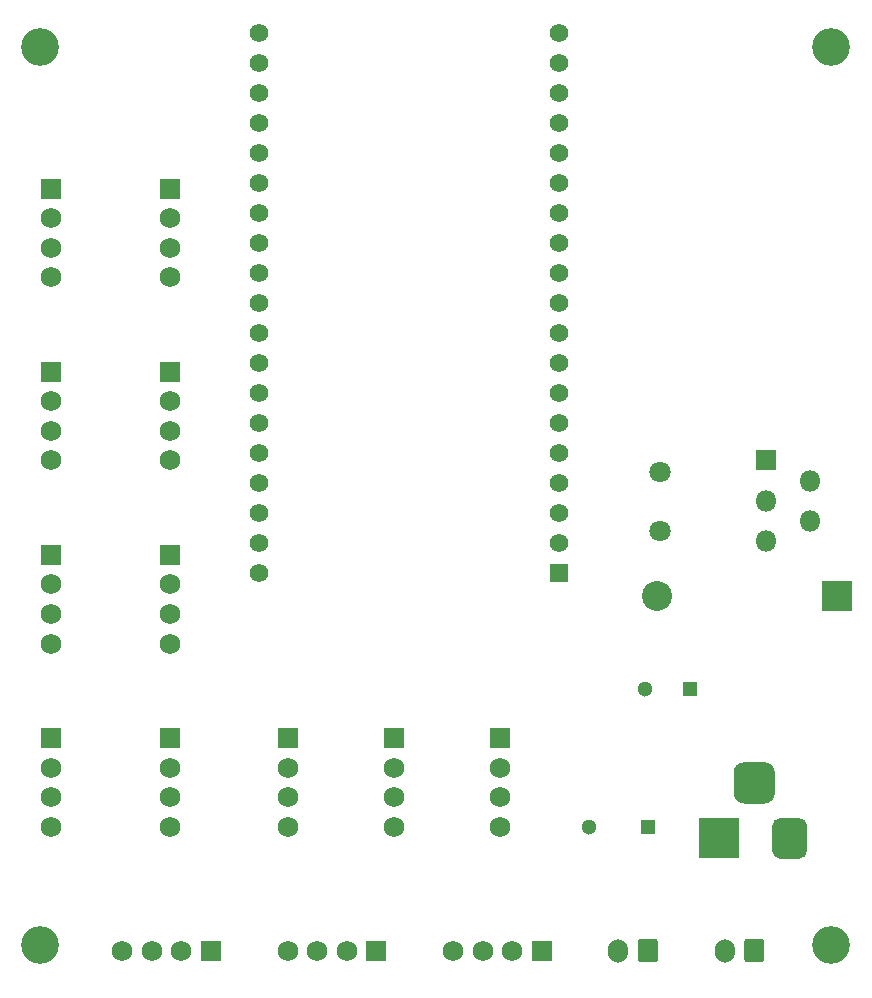
<source format=gbr>
G04 #@! TF.GenerationSoftware,KiCad,Pcbnew,5.1.10-88a1d61d58~90~ubuntu20.04.1*
G04 #@! TF.CreationDate,2022-01-15T16:19:50+00:00*
G04 #@! TF.ProjectId,beehive,62656568-6976-4652-9e6b-696361645f70,rev?*
G04 #@! TF.SameCoordinates,Original*
G04 #@! TF.FileFunction,Soldermask,Bot*
G04 #@! TF.FilePolarity,Negative*
%FSLAX46Y46*%
G04 Gerber Fmt 4.6, Leading zero omitted, Abs format (unit mm)*
G04 Created by KiCad (PCBNEW 5.1.10-88a1d61d58~90~ubuntu20.04.1) date 2022-01-15 16:19:50*
%MOMM*%
%LPD*%
G01*
G04 APERTURE LIST*
%ADD10R,2.540000X2.540000*%
%ADD11C,2.540000*%
%ADD12C,1.800000*%
%ADD13C,1.300000*%
%ADD14R,1.300000X1.300000*%
%ADD15O,1.700000X2.000000*%
%ADD16C,1.750000*%
%ADD17R,1.750000X1.750000*%
%ADD18C,3.200000*%
%ADD19R,3.500000X3.500000*%
%ADD20R,1.800000X1.800000*%
%ADD21O,1.800000X1.800000*%
%ADD22R,1.560000X1.560000*%
%ADD23C,1.560000*%
G04 APERTURE END LIST*
D10*
X206998780Y-111002960D03*
D11*
X191758780Y-111002960D03*
D12*
X192000000Y-105500000D03*
X192000000Y-100500000D03*
D13*
X190764000Y-118872000D03*
D14*
X194564000Y-118872000D03*
D15*
X188500000Y-141000000D03*
G36*
G01*
X191850000Y-140250000D02*
X191850000Y-141750000D01*
G75*
G02*
X191600000Y-142000000I-250000J0D01*
G01*
X190400000Y-142000000D01*
G75*
G02*
X190150000Y-141750000I0J250000D01*
G01*
X190150000Y-140250000D01*
G75*
G02*
X190400000Y-140000000I250000J0D01*
G01*
X191600000Y-140000000D01*
G75*
G02*
X191850000Y-140250000I0J-250000D01*
G01*
G37*
X197500000Y-141000000D03*
G36*
G01*
X200850000Y-140250000D02*
X200850000Y-141750000D01*
G75*
G02*
X200600000Y-142000000I-250000J0D01*
G01*
X199400000Y-142000000D01*
G75*
G02*
X199150000Y-141750000I0J250000D01*
G01*
X199150000Y-140250000D01*
G75*
G02*
X199400000Y-140000000I250000J0D01*
G01*
X200600000Y-140000000D01*
G75*
G02*
X200850000Y-140250000I0J-250000D01*
G01*
G37*
D16*
X140500000Y-99500000D03*
X140500000Y-97000000D03*
X140500000Y-94500000D03*
D17*
X140500000Y-92000000D03*
D16*
X150500000Y-84000000D03*
X150500000Y-81500000D03*
X150500000Y-79000000D03*
D17*
X150500000Y-76500000D03*
D16*
X140500000Y-84000000D03*
X140500000Y-81500000D03*
X140500000Y-79000000D03*
D17*
X140500000Y-76500000D03*
D16*
X140500000Y-115000000D03*
X140500000Y-112500000D03*
X140500000Y-110000000D03*
D17*
X140500000Y-107500000D03*
D16*
X174500000Y-141000000D03*
X177000000Y-141000000D03*
X179500000Y-141000000D03*
D17*
X182000000Y-141000000D03*
D16*
X146500000Y-141000000D03*
X149000000Y-141000000D03*
X151500000Y-141000000D03*
D17*
X154000000Y-141000000D03*
D18*
X139500000Y-64500000D03*
X206500000Y-64500000D03*
X206500000Y-140500000D03*
X139500000Y-140500000D03*
D16*
X160500000Y-141000000D03*
X163000000Y-141000000D03*
X165500000Y-141000000D03*
D17*
X168000000Y-141000000D03*
D16*
X178500000Y-130500000D03*
X178500000Y-128000000D03*
X178500000Y-125500000D03*
D17*
X178500000Y-123000000D03*
D16*
X169500000Y-130500000D03*
X169500000Y-128000000D03*
X169500000Y-125500000D03*
D17*
X169500000Y-123000000D03*
D16*
X160500000Y-130500000D03*
X160500000Y-128000000D03*
X160500000Y-125500000D03*
D17*
X160500000Y-123000000D03*
D16*
X150500000Y-130500000D03*
X150500000Y-128000000D03*
X150500000Y-125500000D03*
D17*
X150500000Y-123000000D03*
D16*
X140500000Y-130500000D03*
X140500000Y-128000000D03*
X140500000Y-125500000D03*
D17*
X140500000Y-123000000D03*
D16*
X150500000Y-115000000D03*
X150500000Y-112500000D03*
X150500000Y-110000000D03*
D17*
X150500000Y-107500000D03*
D16*
X150500000Y-99500000D03*
X150500000Y-97000000D03*
X150500000Y-94500000D03*
D17*
X150500000Y-92000000D03*
G36*
G01*
X201750000Y-125925000D02*
X201750000Y-127675000D01*
G75*
G02*
X200875000Y-128550000I-875000J0D01*
G01*
X199125000Y-128550000D01*
G75*
G02*
X198250000Y-127675000I0J875000D01*
G01*
X198250000Y-125925000D01*
G75*
G02*
X199125000Y-125050000I875000J0D01*
G01*
X200875000Y-125050000D01*
G75*
G02*
X201750000Y-125925000I0J-875000D01*
G01*
G37*
G36*
G01*
X204500000Y-130500000D02*
X204500000Y-132500000D01*
G75*
G02*
X203750000Y-133250000I-750000J0D01*
G01*
X202250000Y-133250000D01*
G75*
G02*
X201500000Y-132500000I0J750000D01*
G01*
X201500000Y-130500000D01*
G75*
G02*
X202250000Y-129750000I750000J0D01*
G01*
X203750000Y-129750000D01*
G75*
G02*
X204500000Y-130500000I0J-750000D01*
G01*
G37*
D19*
X197000000Y-131500000D03*
D14*
X191000000Y-130500000D03*
D13*
X186000000Y-130500000D03*
D20*
X201000000Y-99500000D03*
D21*
X204700000Y-101200000D03*
X201000000Y-102900000D03*
X204700000Y-104600000D03*
X201000000Y-106300000D03*
D22*
X183500000Y-109000000D03*
D23*
X183500000Y-106460000D03*
X183500000Y-63280000D03*
X183500000Y-103920000D03*
X183500000Y-101380000D03*
X183500000Y-98840000D03*
X183500000Y-96300000D03*
X183500000Y-93760000D03*
X183500000Y-91220000D03*
X183500000Y-88680000D03*
X183500000Y-86140000D03*
X183500000Y-83600000D03*
X183500000Y-81060000D03*
X183500000Y-78520000D03*
X183500000Y-75980000D03*
X183500000Y-73440000D03*
X183500000Y-70900000D03*
X183500000Y-68360000D03*
X183500000Y-65820000D03*
X158100000Y-109000000D03*
X158100000Y-106460000D03*
X158100000Y-103920000D03*
X158100000Y-101380000D03*
X158100000Y-98840000D03*
X158100000Y-96300000D03*
X158100000Y-93760000D03*
X158100000Y-91220000D03*
X158100000Y-88680000D03*
X158100000Y-86140000D03*
X158100000Y-83600000D03*
X158100000Y-81060000D03*
X158100000Y-78520000D03*
X158100000Y-75980000D03*
X158100000Y-73440000D03*
X158100000Y-70900000D03*
X158100000Y-68360000D03*
X158100000Y-65820000D03*
X158100000Y-63280000D03*
M02*

</source>
